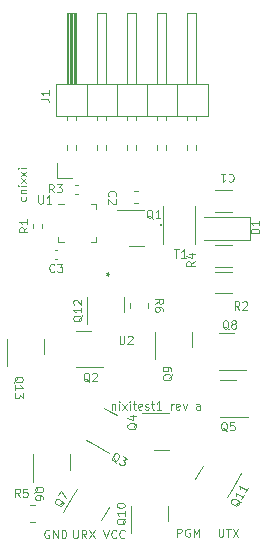
<source format=gbr>
%TF.GenerationSoftware,KiCad,Pcbnew,(6.0.0)*%
%TF.CreationDate,2023-04-30T17:40:05-04:00*%
%TF.ProjectId,nixitest1,6e697869-7465-4737-9431-2e6b69636164,rev?*%
%TF.SameCoordinates,Original*%
%TF.FileFunction,Legend,Top*%
%TF.FilePolarity,Positive*%
%FSLAX46Y46*%
G04 Gerber Fmt 4.6, Leading zero omitted, Abs format (unit mm)*
G04 Created by KiCad (PCBNEW (6.0.0)) date 2023-04-30 17:40:05*
%MOMM*%
%LPD*%
G01*
G04 APERTURE LIST*
%ADD10C,0.100000*%
G04 APERTURE END LIST*
D10*
X82966666Y-93150000D02*
X82900000Y-93116666D01*
X82800000Y-93116666D01*
X82700000Y-93150000D01*
X82633333Y-93216666D01*
X82600000Y-93283333D01*
X82566666Y-93416666D01*
X82566666Y-93516666D01*
X82600000Y-93650000D01*
X82633333Y-93716666D01*
X82700000Y-93783333D01*
X82800000Y-93816666D01*
X82866666Y-93816666D01*
X82966666Y-93783333D01*
X83000000Y-93750000D01*
X83000000Y-93516666D01*
X82866666Y-93516666D01*
X83300000Y-93816666D02*
X83300000Y-93116666D01*
X83700000Y-93816666D01*
X83700000Y-93116666D01*
X84033333Y-93816666D02*
X84033333Y-93116666D01*
X84200000Y-93116666D01*
X84300000Y-93150000D01*
X84366666Y-93216666D01*
X84400000Y-93283333D01*
X84433333Y-93416666D01*
X84433333Y-93516666D01*
X84400000Y-93650000D01*
X84366666Y-93716666D01*
X84300000Y-93783333D01*
X84200000Y-93816666D01*
X84033333Y-93816666D01*
X81003333Y-64910000D02*
X81036666Y-64976666D01*
X81036666Y-65110000D01*
X81003333Y-65176666D01*
X80970000Y-65210000D01*
X80903333Y-65243333D01*
X80703333Y-65243333D01*
X80636666Y-65210000D01*
X80603333Y-65176666D01*
X80570000Y-65110000D01*
X80570000Y-64976666D01*
X80603333Y-64910000D01*
X80570000Y-64610000D02*
X81036666Y-64610000D01*
X80636666Y-64610000D02*
X80603333Y-64576666D01*
X80570000Y-64510000D01*
X80570000Y-64410000D01*
X80603333Y-64343333D01*
X80670000Y-64310000D01*
X81036666Y-64310000D01*
X81036666Y-63976666D02*
X80570000Y-63976666D01*
X80336666Y-63976666D02*
X80370000Y-64010000D01*
X80403333Y-63976666D01*
X80370000Y-63943333D01*
X80336666Y-63976666D01*
X80403333Y-63976666D01*
X81036666Y-63710000D02*
X80570000Y-63343333D01*
X80570000Y-63710000D02*
X81036666Y-63343333D01*
X81036666Y-63143333D02*
X80570000Y-62776666D01*
X80570000Y-63143333D02*
X81036666Y-62776666D01*
X81036666Y-62510000D02*
X80570000Y-62510000D01*
X80336666Y-62510000D02*
X80370000Y-62543333D01*
X80403333Y-62510000D01*
X80370000Y-62476666D01*
X80336666Y-62510000D01*
X80403333Y-62510000D01*
X87778023Y-71531666D02*
X87922361Y-71448333D01*
X87947959Y-71626004D02*
X87922361Y-71448333D01*
X87781292Y-71337329D01*
X88087831Y-71468269D02*
X87922361Y-71448333D01*
X87987831Y-71295064D01*
X97325000Y-92991666D02*
X97325000Y-93558333D01*
X97358333Y-93625000D01*
X97391666Y-93658333D01*
X97458333Y-93691666D01*
X97591666Y-93691666D01*
X97658333Y-93658333D01*
X97691666Y-93625000D01*
X97725000Y-93558333D01*
X97725000Y-92991666D01*
X97958333Y-92991666D02*
X98358333Y-92991666D01*
X98158333Y-93691666D02*
X98158333Y-92991666D01*
X98525000Y-92991666D02*
X98991666Y-93691666D01*
X98991666Y-92991666D02*
X98525000Y-93691666D01*
X93816666Y-93691666D02*
X93816666Y-92991666D01*
X94083333Y-92991666D01*
X94150000Y-93025000D01*
X94183333Y-93058333D01*
X94216666Y-93125000D01*
X94216666Y-93225000D01*
X94183333Y-93291666D01*
X94150000Y-93325000D01*
X94083333Y-93358333D01*
X93816666Y-93358333D01*
X94883333Y-93025000D02*
X94816666Y-92991666D01*
X94716666Y-92991666D01*
X94616666Y-93025000D01*
X94550000Y-93091666D01*
X94516666Y-93158333D01*
X94483333Y-93291666D01*
X94483333Y-93391666D01*
X94516666Y-93525000D01*
X94550000Y-93591666D01*
X94616666Y-93658333D01*
X94716666Y-93691666D01*
X94783333Y-93691666D01*
X94883333Y-93658333D01*
X94916666Y-93625000D01*
X94916666Y-93391666D01*
X94783333Y-93391666D01*
X95216666Y-93691666D02*
X95216666Y-92991666D01*
X95450000Y-93491666D01*
X95683333Y-92991666D01*
X95683333Y-93691666D01*
X84991666Y-93116666D02*
X84991666Y-93683333D01*
X85025000Y-93750000D01*
X85058333Y-93783333D01*
X85125000Y-93816666D01*
X85258333Y-93816666D01*
X85325000Y-93783333D01*
X85358333Y-93750000D01*
X85391666Y-93683333D01*
X85391666Y-93116666D01*
X86125000Y-93816666D02*
X85891666Y-93483333D01*
X85725000Y-93816666D02*
X85725000Y-93116666D01*
X85991666Y-93116666D01*
X86058333Y-93150000D01*
X86091666Y-93183333D01*
X86125000Y-93250000D01*
X86125000Y-93350000D01*
X86091666Y-93416666D01*
X86058333Y-93450000D01*
X85991666Y-93483333D01*
X85725000Y-93483333D01*
X86358333Y-93116666D02*
X86825000Y-93816666D01*
X86825000Y-93116666D02*
X86358333Y-93816666D01*
X87566666Y-93116666D02*
X87800000Y-93816666D01*
X88033333Y-93116666D01*
X88666666Y-93750000D02*
X88633333Y-93783333D01*
X88533333Y-93816666D01*
X88466666Y-93816666D01*
X88366666Y-93783333D01*
X88300000Y-93716666D01*
X88266666Y-93650000D01*
X88233333Y-93516666D01*
X88233333Y-93416666D01*
X88266666Y-93283333D01*
X88300000Y-93216666D01*
X88366666Y-93150000D01*
X88466666Y-93116666D01*
X88533333Y-93116666D01*
X88633333Y-93150000D01*
X88666666Y-93183333D01*
X89366666Y-93750000D02*
X89333333Y-93783333D01*
X89233333Y-93816666D01*
X89166666Y-93816666D01*
X89066666Y-93783333D01*
X89000000Y-93716666D01*
X88966666Y-93650000D01*
X88933333Y-93516666D01*
X88933333Y-93416666D01*
X88966666Y-93283333D01*
X89000000Y-93216666D01*
X89066666Y-93150000D01*
X89166666Y-93116666D01*
X89233333Y-93116666D01*
X89333333Y-93150000D01*
X89366666Y-93183333D01*
X88283333Y-82450000D02*
X88283333Y-82916666D01*
X88283333Y-82516666D02*
X88316666Y-82483333D01*
X88383333Y-82450000D01*
X88483333Y-82450000D01*
X88550000Y-82483333D01*
X88583333Y-82550000D01*
X88583333Y-82916666D01*
X88916666Y-82916666D02*
X88916666Y-82450000D01*
X88916666Y-82216666D02*
X88883333Y-82250000D01*
X88916666Y-82283333D01*
X88950000Y-82250000D01*
X88916666Y-82216666D01*
X88916666Y-82283333D01*
X89183333Y-82916666D02*
X89550000Y-82450000D01*
X89183333Y-82450000D02*
X89550000Y-82916666D01*
X89816666Y-82916666D02*
X89816666Y-82450000D01*
X89816666Y-82216666D02*
X89783333Y-82250000D01*
X89816666Y-82283333D01*
X89850000Y-82250000D01*
X89816666Y-82216666D01*
X89816666Y-82283333D01*
X90050000Y-82450000D02*
X90316666Y-82450000D01*
X90150000Y-82216666D02*
X90150000Y-82816666D01*
X90183333Y-82883333D01*
X90250000Y-82916666D01*
X90316666Y-82916666D01*
X90816666Y-82883333D02*
X90750000Y-82916666D01*
X90616666Y-82916666D01*
X90550000Y-82883333D01*
X90516666Y-82816666D01*
X90516666Y-82550000D01*
X90550000Y-82483333D01*
X90616666Y-82450000D01*
X90750000Y-82450000D01*
X90816666Y-82483333D01*
X90850000Y-82550000D01*
X90850000Y-82616666D01*
X90516666Y-82683333D01*
X91116666Y-82883333D02*
X91183333Y-82916666D01*
X91316666Y-82916666D01*
X91383333Y-82883333D01*
X91416666Y-82816666D01*
X91416666Y-82783333D01*
X91383333Y-82716666D01*
X91316666Y-82683333D01*
X91216666Y-82683333D01*
X91150000Y-82650000D01*
X91116666Y-82583333D01*
X91116666Y-82550000D01*
X91150000Y-82483333D01*
X91216666Y-82450000D01*
X91316666Y-82450000D01*
X91383333Y-82483333D01*
X91616666Y-82450000D02*
X91883333Y-82450000D01*
X91716666Y-82216666D02*
X91716666Y-82816666D01*
X91750000Y-82883333D01*
X91816666Y-82916666D01*
X91883333Y-82916666D01*
X92483333Y-82916666D02*
X92083333Y-82916666D01*
X92283333Y-82916666D02*
X92283333Y-82216666D01*
X92216666Y-82316666D01*
X92150000Y-82383333D01*
X92083333Y-82416666D01*
X93316666Y-82916666D02*
X93316666Y-82450000D01*
X93316666Y-82583333D02*
X93350000Y-82516666D01*
X93383333Y-82483333D01*
X93450000Y-82450000D01*
X93516666Y-82450000D01*
X94016666Y-82883333D02*
X93950000Y-82916666D01*
X93816666Y-82916666D01*
X93750000Y-82883333D01*
X93716666Y-82816666D01*
X93716666Y-82550000D01*
X93750000Y-82483333D01*
X93816666Y-82450000D01*
X93950000Y-82450000D01*
X94016666Y-82483333D01*
X94050000Y-82550000D01*
X94050000Y-82616666D01*
X93716666Y-82683333D01*
X94283333Y-82450000D02*
X94450000Y-82916666D01*
X94616666Y-82450000D01*
X95716666Y-82916666D02*
X95716666Y-82550000D01*
X95683333Y-82483333D01*
X95616666Y-82450000D01*
X95483333Y-82450000D01*
X95416666Y-82483333D01*
X95716666Y-82883333D02*
X95650000Y-82916666D01*
X95483333Y-82916666D01*
X95416666Y-82883333D01*
X95383333Y-82816666D01*
X95383333Y-82750000D01*
X95416666Y-82683333D01*
X95483333Y-82650000D01*
X95650000Y-82650000D01*
X95716666Y-82616666D01*
%TO.C,U2*%
X88941666Y-76671666D02*
X88941666Y-77238333D01*
X88975000Y-77305000D01*
X89008333Y-77338333D01*
X89075000Y-77371666D01*
X89208333Y-77371666D01*
X89275000Y-77338333D01*
X89308333Y-77305000D01*
X89341666Y-77238333D01*
X89341666Y-76671666D01*
X89641666Y-76738333D02*
X89675000Y-76705000D01*
X89741666Y-76671666D01*
X89908333Y-76671666D01*
X89975000Y-76705000D01*
X90008333Y-76738333D01*
X90041666Y-76805000D01*
X90041666Y-76871666D01*
X90008333Y-76971666D01*
X89608333Y-77371666D01*
X90041666Y-77371666D01*
%TO.C,Q5*%
X98053333Y-84753333D02*
X97986666Y-84720000D01*
X97920000Y-84653333D01*
X97820000Y-84553333D01*
X97753333Y-84520000D01*
X97686666Y-84520000D01*
X97720000Y-84686666D02*
X97653333Y-84653333D01*
X97586666Y-84586666D01*
X97553333Y-84453333D01*
X97553333Y-84220000D01*
X97586666Y-84086666D01*
X97653333Y-84020000D01*
X97720000Y-83986666D01*
X97853333Y-83986666D01*
X97920000Y-84020000D01*
X97986666Y-84086666D01*
X98020000Y-84220000D01*
X98020000Y-84453333D01*
X97986666Y-84586666D01*
X97920000Y-84653333D01*
X97853333Y-84686666D01*
X97720000Y-84686666D01*
X98653333Y-83986666D02*
X98320000Y-83986666D01*
X98286666Y-84320000D01*
X98320000Y-84286666D01*
X98386666Y-84253333D01*
X98553333Y-84253333D01*
X98620000Y-84286666D01*
X98653333Y-84320000D01*
X98686666Y-84386666D01*
X98686666Y-84553333D01*
X98653333Y-84620000D01*
X98620000Y-84653333D01*
X98553333Y-84686666D01*
X98386666Y-84686666D01*
X98320000Y-84653333D01*
X98286666Y-84620000D01*
%TO.C,Q9*%
X93393333Y-79916666D02*
X93360000Y-79983333D01*
X93293333Y-80050000D01*
X93193333Y-80150000D01*
X93160000Y-80216666D01*
X93160000Y-80283333D01*
X93326666Y-80250000D02*
X93293333Y-80316666D01*
X93226666Y-80383333D01*
X93093333Y-80416666D01*
X92860000Y-80416666D01*
X92726666Y-80383333D01*
X92660000Y-80316666D01*
X92626666Y-80250000D01*
X92626666Y-80116666D01*
X92660000Y-80050000D01*
X92726666Y-79983333D01*
X92860000Y-79950000D01*
X93093333Y-79950000D01*
X93226666Y-79983333D01*
X93293333Y-80050000D01*
X93326666Y-80116666D01*
X93326666Y-80250000D01*
X93326666Y-79616666D02*
X93326666Y-79483333D01*
X93293333Y-79416666D01*
X93260000Y-79383333D01*
X93160000Y-79316666D01*
X93026666Y-79283333D01*
X92760000Y-79283333D01*
X92693333Y-79316666D01*
X92660000Y-79350000D01*
X92626666Y-79416666D01*
X92626666Y-79550000D01*
X92660000Y-79616666D01*
X92693333Y-79650000D01*
X92760000Y-79683333D01*
X92926666Y-79683333D01*
X92993333Y-79650000D01*
X93026666Y-79616666D01*
X93060000Y-79550000D01*
X93060000Y-79416666D01*
X93026666Y-79350000D01*
X92993333Y-79316666D01*
X92926666Y-79283333D01*
%TO.C,Q12*%
X85783333Y-74930000D02*
X85750000Y-74996666D01*
X85683333Y-75063333D01*
X85583333Y-75163333D01*
X85550000Y-75230000D01*
X85550000Y-75296666D01*
X85716666Y-75263333D02*
X85683333Y-75330000D01*
X85616666Y-75396666D01*
X85483333Y-75430000D01*
X85250000Y-75430000D01*
X85116666Y-75396666D01*
X85050000Y-75330000D01*
X85016666Y-75263333D01*
X85016666Y-75130000D01*
X85050000Y-75063333D01*
X85116666Y-74996666D01*
X85250000Y-74963333D01*
X85483333Y-74963333D01*
X85616666Y-74996666D01*
X85683333Y-75063333D01*
X85716666Y-75130000D01*
X85716666Y-75263333D01*
X85716666Y-74296666D02*
X85716666Y-74696666D01*
X85716666Y-74496666D02*
X85016666Y-74496666D01*
X85116666Y-74563333D01*
X85183333Y-74630000D01*
X85216666Y-74696666D01*
X85083333Y-74030000D02*
X85050000Y-73996666D01*
X85016666Y-73930000D01*
X85016666Y-73763333D01*
X85050000Y-73696666D01*
X85083333Y-73663333D01*
X85150000Y-73630000D01*
X85216666Y-73630000D01*
X85316666Y-73663333D01*
X85716666Y-74063333D01*
X85716666Y-73630000D01*
%TO.C,Q13*%
X79986666Y-80640000D02*
X80020000Y-80573333D01*
X80086666Y-80506666D01*
X80186666Y-80406666D01*
X80220000Y-80340000D01*
X80220000Y-80273333D01*
X80053333Y-80306666D02*
X80086666Y-80240000D01*
X80153333Y-80173333D01*
X80286666Y-80140000D01*
X80520000Y-80140000D01*
X80653333Y-80173333D01*
X80720000Y-80240000D01*
X80753333Y-80306666D01*
X80753333Y-80440000D01*
X80720000Y-80506666D01*
X80653333Y-80573333D01*
X80520000Y-80606666D01*
X80286666Y-80606666D01*
X80153333Y-80573333D01*
X80086666Y-80506666D01*
X80053333Y-80440000D01*
X80053333Y-80306666D01*
X80053333Y-81273333D02*
X80053333Y-80873333D01*
X80053333Y-81073333D02*
X80753333Y-81073333D01*
X80653333Y-81006666D01*
X80586666Y-80940000D01*
X80553333Y-80873333D01*
X80753333Y-81506666D02*
X80753333Y-81940000D01*
X80486666Y-81706666D01*
X80486666Y-81806666D01*
X80453333Y-81873333D01*
X80420000Y-81906666D01*
X80353333Y-81940000D01*
X80186666Y-81940000D01*
X80120000Y-81906666D01*
X80086666Y-81873333D01*
X80053333Y-81806666D01*
X80053333Y-81606666D01*
X80086666Y-81540000D01*
X80120000Y-81506666D01*
%TO.C,Q6*%
X81736666Y-89953333D02*
X81770000Y-89886666D01*
X81836666Y-89820000D01*
X81936666Y-89720000D01*
X81970000Y-89653333D01*
X81970000Y-89586666D01*
X81803333Y-89620000D02*
X81836666Y-89553333D01*
X81903333Y-89486666D01*
X82036666Y-89453333D01*
X82270000Y-89453333D01*
X82403333Y-89486666D01*
X82470000Y-89553333D01*
X82503333Y-89620000D01*
X82503333Y-89753333D01*
X82470000Y-89820000D01*
X82403333Y-89886666D01*
X82270000Y-89920000D01*
X82036666Y-89920000D01*
X81903333Y-89886666D01*
X81836666Y-89820000D01*
X81803333Y-89753333D01*
X81803333Y-89620000D01*
X82503333Y-90520000D02*
X82503333Y-90386666D01*
X82470000Y-90320000D01*
X82436666Y-90286666D01*
X82336666Y-90220000D01*
X82203333Y-90186666D01*
X81936666Y-90186666D01*
X81870000Y-90220000D01*
X81836666Y-90253333D01*
X81803333Y-90320000D01*
X81803333Y-90453333D01*
X81836666Y-90520000D01*
X81870000Y-90553333D01*
X81936666Y-90586666D01*
X82103333Y-90586666D01*
X82170000Y-90553333D01*
X82203333Y-90520000D01*
X82236666Y-90453333D01*
X82236666Y-90320000D01*
X82203333Y-90253333D01*
X82170000Y-90220000D01*
X82103333Y-90186666D01*
%TO.C,T1*%
X93561666Y-69366666D02*
X93961666Y-69366666D01*
X93761666Y-70066666D02*
X93761666Y-69366666D01*
X94561666Y-70066666D02*
X94161666Y-70066666D01*
X94361666Y-70066666D02*
X94361666Y-69366666D01*
X94295000Y-69466666D01*
X94228333Y-69533333D01*
X94161666Y-69566666D01*
%TO.C,U1*%
X82066666Y-64796666D02*
X82066666Y-65363333D01*
X82100000Y-65430000D01*
X82133333Y-65463333D01*
X82200000Y-65496666D01*
X82333333Y-65496666D01*
X82400000Y-65463333D01*
X82433333Y-65430000D01*
X82466666Y-65363333D01*
X82466666Y-64796666D01*
X83166666Y-65496666D02*
X82766666Y-65496666D01*
X82966666Y-65496666D02*
X82966666Y-64796666D01*
X82900000Y-64896666D01*
X82833333Y-64963333D01*
X82766666Y-64996666D01*
%TO.C,C1*%
X98176666Y-63010000D02*
X98210000Y-62976666D01*
X98310000Y-62943333D01*
X98376666Y-62943333D01*
X98476666Y-62976666D01*
X98543333Y-63043333D01*
X98576666Y-63110000D01*
X98610000Y-63243333D01*
X98610000Y-63343333D01*
X98576666Y-63476666D01*
X98543333Y-63543333D01*
X98476666Y-63610000D01*
X98376666Y-63643333D01*
X98310000Y-63643333D01*
X98210000Y-63610000D01*
X98176666Y-63576666D01*
X97510000Y-62943333D02*
X97910000Y-62943333D01*
X97710000Y-62943333D02*
X97710000Y-63643333D01*
X97776666Y-63543333D01*
X97843333Y-63476666D01*
X97910000Y-63443333D01*
%TO.C,Q4*%
X90383333Y-84066666D02*
X90350000Y-84133333D01*
X90283333Y-84200000D01*
X90183333Y-84300000D01*
X90150000Y-84366666D01*
X90150000Y-84433333D01*
X90316666Y-84400000D02*
X90283333Y-84466666D01*
X90216666Y-84533333D01*
X90083333Y-84566666D01*
X89850000Y-84566666D01*
X89716666Y-84533333D01*
X89650000Y-84466666D01*
X89616666Y-84400000D01*
X89616666Y-84266666D01*
X89650000Y-84200000D01*
X89716666Y-84133333D01*
X89850000Y-84100000D01*
X90083333Y-84100000D01*
X90216666Y-84133333D01*
X90283333Y-84200000D01*
X90316666Y-84266666D01*
X90316666Y-84400000D01*
X89850000Y-83500000D02*
X90316666Y-83500000D01*
X89583333Y-83666666D02*
X90083333Y-83833333D01*
X90083333Y-83400000D01*
%TO.C,R1*%
X81146666Y-67476666D02*
X80813333Y-67710000D01*
X81146666Y-67876666D02*
X80446666Y-67876666D01*
X80446666Y-67610000D01*
X80480000Y-67543333D01*
X80513333Y-67510000D01*
X80580000Y-67476666D01*
X80680000Y-67476666D01*
X80746666Y-67510000D01*
X80780000Y-67543333D01*
X80813333Y-67610000D01*
X80813333Y-67876666D01*
X81146666Y-66810000D02*
X81146666Y-67210000D01*
X81146666Y-67010000D02*
X80446666Y-67010000D01*
X80546666Y-67076666D01*
X80613333Y-67143333D01*
X80646666Y-67210000D01*
%TO.C,Q2*%
X86393333Y-80573333D02*
X86326666Y-80540000D01*
X86260000Y-80473333D01*
X86160000Y-80373333D01*
X86093333Y-80340000D01*
X86026666Y-80340000D01*
X86060000Y-80506666D02*
X85993333Y-80473333D01*
X85926666Y-80406666D01*
X85893333Y-80273333D01*
X85893333Y-80040000D01*
X85926666Y-79906666D01*
X85993333Y-79840000D01*
X86060000Y-79806666D01*
X86193333Y-79806666D01*
X86260000Y-79840000D01*
X86326666Y-79906666D01*
X86360000Y-80040000D01*
X86360000Y-80273333D01*
X86326666Y-80406666D01*
X86260000Y-80473333D01*
X86193333Y-80506666D01*
X86060000Y-80506666D01*
X86626666Y-79873333D02*
X86660000Y-79840000D01*
X86726666Y-79806666D01*
X86893333Y-79806666D01*
X86960000Y-79840000D01*
X86993333Y-79873333D01*
X87026666Y-79940000D01*
X87026666Y-80006666D01*
X86993333Y-80106666D01*
X86593333Y-80506666D01*
X87026666Y-80506666D01*
%TO.C,Q1*%
X91758333Y-66758333D02*
X91691666Y-66725000D01*
X91625000Y-66658333D01*
X91525000Y-66558333D01*
X91458333Y-66525000D01*
X91391666Y-66525000D01*
X91425000Y-66691666D02*
X91358333Y-66658333D01*
X91291666Y-66591666D01*
X91258333Y-66458333D01*
X91258333Y-66225000D01*
X91291666Y-66091666D01*
X91358333Y-66025000D01*
X91425000Y-65991666D01*
X91558333Y-65991666D01*
X91625000Y-66025000D01*
X91691666Y-66091666D01*
X91725000Y-66225000D01*
X91725000Y-66458333D01*
X91691666Y-66591666D01*
X91625000Y-66658333D01*
X91558333Y-66691666D01*
X91425000Y-66691666D01*
X92391666Y-66691666D02*
X91991666Y-66691666D01*
X92191666Y-66691666D02*
X92191666Y-65991666D01*
X92125000Y-66091666D01*
X92058333Y-66158333D01*
X91991666Y-66191666D01*
%TO.C,R3*%
X83373333Y-64541666D02*
X83140000Y-64208333D01*
X82973333Y-64541666D02*
X82973333Y-63841666D01*
X83240000Y-63841666D01*
X83306666Y-63875000D01*
X83340000Y-63908333D01*
X83373333Y-63975000D01*
X83373333Y-64075000D01*
X83340000Y-64141666D01*
X83306666Y-64175000D01*
X83240000Y-64208333D01*
X82973333Y-64208333D01*
X83606666Y-63841666D02*
X84040000Y-63841666D01*
X83806666Y-64108333D01*
X83906666Y-64108333D01*
X83973333Y-64141666D01*
X84006666Y-64175000D01*
X84040000Y-64241666D01*
X84040000Y-64408333D01*
X84006666Y-64475000D01*
X83973333Y-64508333D01*
X83906666Y-64541666D01*
X83706666Y-64541666D01*
X83640000Y-64508333D01*
X83606666Y-64475000D01*
%TO.C,R6*%
X91923333Y-73973333D02*
X92256666Y-73740000D01*
X91923333Y-73573333D02*
X92623333Y-73573333D01*
X92623333Y-73840000D01*
X92590000Y-73906666D01*
X92556666Y-73940000D01*
X92490000Y-73973333D01*
X92390000Y-73973333D01*
X92323333Y-73940000D01*
X92290000Y-73906666D01*
X92256666Y-73840000D01*
X92256666Y-73573333D01*
X92623333Y-74573333D02*
X92623333Y-74440000D01*
X92590000Y-74373333D01*
X92556666Y-74340000D01*
X92456666Y-74273333D01*
X92323333Y-74240000D01*
X92056666Y-74240000D01*
X91990000Y-74273333D01*
X91956666Y-74306666D01*
X91923333Y-74373333D01*
X91923333Y-74506666D01*
X91956666Y-74573333D01*
X91990000Y-74606666D01*
X92056666Y-74640000D01*
X92223333Y-74640000D01*
X92290000Y-74606666D01*
X92323333Y-74573333D01*
X92356666Y-74506666D01*
X92356666Y-74373333D01*
X92323333Y-74306666D01*
X92290000Y-74273333D01*
X92223333Y-74240000D01*
%TO.C,R2*%
X99083333Y-74466666D02*
X98850000Y-74133333D01*
X98683333Y-74466666D02*
X98683333Y-73766666D01*
X98950000Y-73766666D01*
X99016666Y-73800000D01*
X99050000Y-73833333D01*
X99083333Y-73900000D01*
X99083333Y-74000000D01*
X99050000Y-74066666D01*
X99016666Y-74100000D01*
X98950000Y-74133333D01*
X98683333Y-74133333D01*
X99350000Y-73833333D02*
X99383333Y-73800000D01*
X99450000Y-73766666D01*
X99616666Y-73766666D01*
X99683333Y-73800000D01*
X99716666Y-73833333D01*
X99750000Y-73900000D01*
X99750000Y-73966666D01*
X99716666Y-74066666D01*
X99316666Y-74466666D01*
X99750000Y-74466666D01*
%TO.C,Q10*%
X89453333Y-92130000D02*
X89420000Y-92196666D01*
X89353333Y-92263333D01*
X89253333Y-92363333D01*
X89220000Y-92430000D01*
X89220000Y-92496666D01*
X89386666Y-92463333D02*
X89353333Y-92530000D01*
X89286666Y-92596666D01*
X89153333Y-92630000D01*
X88920000Y-92630000D01*
X88786666Y-92596666D01*
X88720000Y-92530000D01*
X88686666Y-92463333D01*
X88686666Y-92330000D01*
X88720000Y-92263333D01*
X88786666Y-92196666D01*
X88920000Y-92163333D01*
X89153333Y-92163333D01*
X89286666Y-92196666D01*
X89353333Y-92263333D01*
X89386666Y-92330000D01*
X89386666Y-92463333D01*
X89386666Y-91496666D02*
X89386666Y-91896666D01*
X89386666Y-91696666D02*
X88686666Y-91696666D01*
X88786666Y-91763333D01*
X88853333Y-91830000D01*
X88886666Y-91896666D01*
X88686666Y-91063333D02*
X88686666Y-90996666D01*
X88720000Y-90930000D01*
X88753333Y-90896666D01*
X88820000Y-90863333D01*
X88953333Y-90830000D01*
X89120000Y-90830000D01*
X89253333Y-90863333D01*
X89320000Y-90896666D01*
X89353333Y-90930000D01*
X89386666Y-90996666D01*
X89386666Y-91063333D01*
X89353333Y-91130000D01*
X89320000Y-91163333D01*
X89253333Y-91196666D01*
X89120000Y-91230000D01*
X88953333Y-91230000D01*
X88820000Y-91196666D01*
X88753333Y-91163333D01*
X88720000Y-91130000D01*
X88686666Y-91063333D01*
%TO.C,Q11*%
X99210437Y-90738076D02*
X99148236Y-90779145D01*
X99057168Y-90803546D01*
X98920565Y-90840149D01*
X98858364Y-90881217D01*
X98825031Y-90938952D01*
X98986035Y-90993418D02*
X98923834Y-91034486D01*
X98832766Y-91058888D01*
X98700629Y-91021089D01*
X98498557Y-90904422D01*
X98399753Y-90808888D01*
X98375352Y-90717820D01*
X98379817Y-90643418D01*
X98446484Y-90527948D01*
X98508685Y-90486880D01*
X98599753Y-90462478D01*
X98731890Y-90500277D01*
X98933963Y-90616944D01*
X99032766Y-90712478D01*
X99057168Y-90803546D01*
X99052702Y-90877948D01*
X98986035Y-90993418D01*
X99469369Y-90156260D02*
X99269369Y-90502670D01*
X99369369Y-90329465D02*
X98763151Y-89979465D01*
X98816420Y-90087200D01*
X98840822Y-90178269D01*
X98836356Y-90252670D01*
X99802702Y-89578910D02*
X99602702Y-89925320D01*
X99702702Y-89752115D02*
X99096484Y-89402115D01*
X99149753Y-89509850D01*
X99174155Y-89600918D01*
X99169689Y-89675320D01*
%TO.C,J1*%
X82256666Y-56598333D02*
X82756666Y-56598333D01*
X82856666Y-56631666D01*
X82923333Y-56698333D01*
X82956666Y-56798333D01*
X82956666Y-56865000D01*
X82956666Y-55898333D02*
X82956666Y-56298333D01*
X82956666Y-56098333D02*
X82256666Y-56098333D01*
X82356666Y-56165000D01*
X82423333Y-56231666D01*
X82456666Y-56298333D01*
%TO.C,R5*%
X80508333Y-90316666D02*
X80275000Y-89983333D01*
X80108333Y-90316666D02*
X80108333Y-89616666D01*
X80375000Y-89616666D01*
X80441666Y-89650000D01*
X80475000Y-89683333D01*
X80508333Y-89750000D01*
X80508333Y-89850000D01*
X80475000Y-89916666D01*
X80441666Y-89950000D01*
X80375000Y-89983333D01*
X80108333Y-89983333D01*
X81141666Y-89616666D02*
X80808333Y-89616666D01*
X80775000Y-89950000D01*
X80808333Y-89916666D01*
X80875000Y-89883333D01*
X81041666Y-89883333D01*
X81108333Y-89916666D01*
X81141666Y-89950000D01*
X81175000Y-90016666D01*
X81175000Y-90183333D01*
X81141666Y-90250000D01*
X81108333Y-90283333D01*
X81041666Y-90316666D01*
X80875000Y-90316666D01*
X80808333Y-90283333D01*
X80775000Y-90250000D01*
%TO.C,C2*%
X88040000Y-64853333D02*
X88006666Y-64820000D01*
X87973333Y-64720000D01*
X87973333Y-64653333D01*
X88006666Y-64553333D01*
X88073333Y-64486666D01*
X88140000Y-64453333D01*
X88273333Y-64420000D01*
X88373333Y-64420000D01*
X88506666Y-64453333D01*
X88573333Y-64486666D01*
X88640000Y-64553333D01*
X88673333Y-64653333D01*
X88673333Y-64720000D01*
X88640000Y-64820000D01*
X88606666Y-64853333D01*
X88606666Y-65120000D02*
X88640000Y-65153333D01*
X88673333Y-65220000D01*
X88673333Y-65386666D01*
X88640000Y-65453333D01*
X88606666Y-65486666D01*
X88540000Y-65520000D01*
X88473333Y-65520000D01*
X88373333Y-65486666D01*
X87973333Y-65086666D01*
X87973333Y-65520000D01*
%TO.C,Q8*%
X98183333Y-76133333D02*
X98116666Y-76100000D01*
X98050000Y-76033333D01*
X97950000Y-75933333D01*
X97883333Y-75900000D01*
X97816666Y-75900000D01*
X97850000Y-76066666D02*
X97783333Y-76033333D01*
X97716666Y-75966666D01*
X97683333Y-75833333D01*
X97683333Y-75600000D01*
X97716666Y-75466666D01*
X97783333Y-75400000D01*
X97850000Y-75366666D01*
X97983333Y-75366666D01*
X98050000Y-75400000D01*
X98116666Y-75466666D01*
X98150000Y-75600000D01*
X98150000Y-75833333D01*
X98116666Y-75966666D01*
X98050000Y-76033333D01*
X97983333Y-76066666D01*
X97850000Y-76066666D01*
X98550000Y-75666666D02*
X98483333Y-75633333D01*
X98450000Y-75600000D01*
X98416666Y-75533333D01*
X98416666Y-75500000D01*
X98450000Y-75433333D01*
X98483333Y-75400000D01*
X98550000Y-75366666D01*
X98683333Y-75366666D01*
X98750000Y-75400000D01*
X98783333Y-75433333D01*
X98816666Y-75500000D01*
X98816666Y-75533333D01*
X98783333Y-75600000D01*
X98750000Y-75633333D01*
X98683333Y-75666666D01*
X98550000Y-75666666D01*
X98483333Y-75700000D01*
X98450000Y-75733333D01*
X98416666Y-75800000D01*
X98416666Y-75933333D01*
X98450000Y-76000000D01*
X98483333Y-76033333D01*
X98550000Y-76066666D01*
X98683333Y-76066666D01*
X98750000Y-76033333D01*
X98783333Y-76000000D01*
X98816666Y-75933333D01*
X98816666Y-75800000D01*
X98783333Y-75733333D01*
X98750000Y-75700000D01*
X98683333Y-75666666D01*
%TO.C,Q7*%
X84298643Y-90749401D02*
X84236442Y-90790470D01*
X84145373Y-90814871D01*
X84008771Y-90851474D01*
X83946570Y-90892542D01*
X83913237Y-90950277D01*
X84074241Y-91004743D02*
X84012040Y-91045811D01*
X83920972Y-91070213D01*
X83788835Y-91032414D01*
X83586762Y-90915747D01*
X83487959Y-90820213D01*
X83463557Y-90729145D01*
X83468023Y-90654743D01*
X83534690Y-90539273D01*
X83596891Y-90498205D01*
X83687959Y-90473803D01*
X83820096Y-90511602D01*
X84022168Y-90628269D01*
X84120972Y-90723803D01*
X84145373Y-90814871D01*
X84140908Y-90889273D01*
X84074241Y-91004743D01*
X83734690Y-90192863D02*
X83968023Y-89788718D01*
X84424241Y-90398525D01*
%TO.C,Q3*%
X88638245Y-87439284D02*
X88597176Y-87377083D01*
X88572775Y-87286014D01*
X88536172Y-87149412D01*
X88495104Y-87087211D01*
X88437369Y-87053878D01*
X88382903Y-87214882D02*
X88341835Y-87152681D01*
X88317433Y-87061613D01*
X88355232Y-86929476D01*
X88471899Y-86727403D01*
X88567433Y-86628600D01*
X88658501Y-86604198D01*
X88732903Y-86608664D01*
X88848373Y-86675331D01*
X88889441Y-86737532D01*
X88913843Y-86828600D01*
X88876044Y-86960737D01*
X88759377Y-87162809D01*
X88663843Y-87261613D01*
X88572775Y-87286014D01*
X88498373Y-87281549D01*
X88382903Y-87214882D01*
X89194783Y-86875331D02*
X89570061Y-87091997D01*
X89234655Y-87206271D01*
X89321258Y-87256271D01*
X89362326Y-87318472D01*
X89374527Y-87364006D01*
X89370061Y-87438408D01*
X89286728Y-87582745D01*
X89224527Y-87623814D01*
X89178993Y-87636014D01*
X89104591Y-87631549D01*
X88931386Y-87531549D01*
X88890317Y-87469348D01*
X88878117Y-87423814D01*
%TO.C,R4*%
X95306666Y-70366666D02*
X94973333Y-70600000D01*
X95306666Y-70766666D02*
X94606666Y-70766666D01*
X94606666Y-70500000D01*
X94640000Y-70433333D01*
X94673333Y-70400000D01*
X94740000Y-70366666D01*
X94840000Y-70366666D01*
X94906666Y-70400000D01*
X94940000Y-70433333D01*
X94973333Y-70500000D01*
X94973333Y-70766666D01*
X94840000Y-69766666D02*
X95306666Y-69766666D01*
X94573333Y-69933333D02*
X95073333Y-70100000D01*
X95073333Y-69666666D01*
%TO.C,D1*%
X100766666Y-67996666D02*
X100066666Y-67996666D01*
X100066666Y-67830000D01*
X100100000Y-67730000D01*
X100166666Y-67663333D01*
X100233333Y-67630000D01*
X100366666Y-67596666D01*
X100466666Y-67596666D01*
X100600000Y-67630000D01*
X100666666Y-67663333D01*
X100733333Y-67730000D01*
X100766666Y-67830000D01*
X100766666Y-67996666D01*
X100766666Y-66930000D02*
X100766666Y-67330000D01*
X100766666Y-67130000D02*
X100066666Y-67130000D01*
X100166666Y-67196666D01*
X100233333Y-67263333D01*
X100266666Y-67330000D01*
%TO.C,C3*%
X83433333Y-71210000D02*
X83400000Y-71243333D01*
X83300000Y-71276666D01*
X83233333Y-71276666D01*
X83133333Y-71243333D01*
X83066666Y-71176666D01*
X83033333Y-71110000D01*
X83000000Y-70976666D01*
X83000000Y-70876666D01*
X83033333Y-70743333D01*
X83066666Y-70676666D01*
X83133333Y-70610000D01*
X83233333Y-70576666D01*
X83300000Y-70576666D01*
X83400000Y-70610000D01*
X83433333Y-70643333D01*
X83666666Y-70576666D02*
X84100000Y-70576666D01*
X83866666Y-70843333D01*
X83966666Y-70843333D01*
X84033333Y-70876666D01*
X84066666Y-70910000D01*
X84100000Y-70976666D01*
X84100000Y-71143333D01*
X84066666Y-71210000D01*
X84033333Y-71243333D01*
X83966666Y-71276666D01*
X83766666Y-71276666D01*
X83700000Y-71243333D01*
X83666666Y-71210000D01*
%TO.C,Q5*%
X98120000Y-80410000D02*
X98770000Y-80410000D01*
X98120000Y-80410000D02*
X97470000Y-80410000D01*
X98120000Y-83530000D02*
X99795000Y-83530000D01*
X98120000Y-83530000D02*
X97470000Y-83530000D01*
%TO.C,Q9*%
X91950000Y-76990000D02*
X91950000Y-78665000D01*
X91950000Y-76990000D02*
X91950000Y-76340000D01*
X95070000Y-76990000D02*
X95070000Y-76340000D01*
X95070000Y-76990000D02*
X95070000Y-77640000D01*
%TO.C,Q12*%
X86220000Y-74030000D02*
X86220000Y-75705000D01*
X86220000Y-74030000D02*
X86220000Y-73380000D01*
X89340000Y-74030000D02*
X89340000Y-74680000D01*
X89340000Y-74030000D02*
X89340000Y-73380000D01*
%TO.C,Q13*%
X79410000Y-77590000D02*
X79410000Y-79265000D01*
X79410000Y-77590000D02*
X79410000Y-76940000D01*
X82530000Y-77590000D02*
X82530000Y-76940000D01*
X82530000Y-77590000D02*
X82530000Y-78240000D01*
%TO.C,Q6*%
X84740000Y-87370000D02*
X84740000Y-88020000D01*
X81620000Y-87370000D02*
X81620000Y-86720000D01*
X81620000Y-87370000D02*
X81620000Y-89045000D01*
X84740000Y-87370000D02*
X84740000Y-86720000D01*
%TO.C,T1*%
X95305000Y-65690000D02*
X95305000Y-68890000D01*
X92605000Y-65690000D02*
X92605000Y-68890000D01*
X92555000Y-67290000D02*
G75*
G03*
X92555000Y-67290000I-100000J0D01*
G01*
%TO.C,U1*%
X83749999Y-68750000D02*
X83749999Y-68300000D01*
X86519999Y-65530000D02*
X86969999Y-65530000D01*
X84199999Y-68750000D02*
X83749999Y-68750000D01*
X84199999Y-65530000D02*
X83749999Y-65530000D01*
X86519999Y-68750000D02*
X86969999Y-68750000D01*
X86969999Y-65530000D02*
X86969999Y-65980000D01*
X86969999Y-68750000D02*
X86969999Y-68300000D01*
%TO.C,C1*%
X98461252Y-64340000D02*
X97038748Y-64340000D01*
X98461252Y-66160000D02*
X97038748Y-66160000D01*
%TO.C,Q4*%
X92500000Y-86350000D02*
X91850000Y-86350000D01*
X92500000Y-83230000D02*
X93150000Y-83230000D01*
X92500000Y-86350000D02*
X93150000Y-86350000D01*
X92500000Y-83230000D02*
X90825000Y-83230000D01*
%TO.C,R1*%
X81620000Y-67513641D02*
X81620000Y-67206359D01*
X82380000Y-67513641D02*
X82380000Y-67206359D01*
%TO.C,Q2*%
X85910000Y-79350000D02*
X85260000Y-79350000D01*
X85910000Y-76230000D02*
X86560000Y-76230000D01*
X85910000Y-79350000D02*
X87585000Y-79350000D01*
X85910000Y-76230000D02*
X85260000Y-76230000D01*
%TO.C,Q1*%
X90400000Y-65990000D02*
X91050000Y-65990000D01*
X90400000Y-69110000D02*
X89750000Y-69110000D01*
X90400000Y-65990000D02*
X88725000Y-65990000D01*
X90400000Y-69110000D02*
X91050000Y-69110000D01*
%TO.C,R3*%
X85136359Y-64680000D02*
X85443641Y-64680000D01*
X85136359Y-63920000D02*
X85443641Y-63920000D01*
%TO.C,R6*%
X91325000Y-73862936D02*
X91325000Y-74317064D01*
X89855000Y-73862936D02*
X89855000Y-74317064D01*
%TO.C,R2*%
X96992936Y-73090000D02*
X98447064Y-73090000D01*
X96992936Y-71270000D02*
X98447064Y-71270000D01*
%TO.C,Q10*%
X93030000Y-91730000D02*
X93030000Y-92380000D01*
X89910000Y-91730000D02*
X89910000Y-93405000D01*
X93030000Y-91730000D02*
X93030000Y-91080000D01*
X89910000Y-91730000D02*
X89910000Y-91080000D01*
%TO.C,Q11*%
X98351000Y-89780000D02*
X99188500Y-88329407D01*
X98351000Y-89780000D02*
X98026000Y-90342917D01*
X95649000Y-88220000D02*
X95324000Y-88782917D01*
X95649000Y-88220000D02*
X95974000Y-87657083D01*
%TO.C,J1*%
X87070000Y-49380000D02*
X87830000Y-49380000D01*
X85290000Y-60910000D02*
X85290000Y-60522929D01*
X84530000Y-55380000D02*
X84530000Y-49380000D01*
X87070000Y-58437071D02*
X87070000Y-58040000D01*
X84830000Y-55380000D02*
X84830000Y-49380000D01*
X89610000Y-55380000D02*
X89610000Y-49380000D01*
X87070000Y-55380000D02*
X87070000Y-49380000D01*
X94690000Y-49380000D02*
X95450000Y-49380000D01*
X92150000Y-49380000D02*
X92910000Y-49380000D01*
X87830000Y-60977071D02*
X87830000Y-60522929D01*
X92910000Y-49380000D02*
X92910000Y-55380000D01*
X84590000Y-55380000D02*
X84590000Y-49380000D01*
X83580000Y-58040000D02*
X96400000Y-58040000D01*
X96400000Y-58040000D02*
X96400000Y-55380000D01*
X83580000Y-55380000D02*
X83580000Y-58040000D01*
X92910000Y-58437071D02*
X92910000Y-58040000D01*
X85290000Y-58437071D02*
X85290000Y-58040000D01*
X90370000Y-49380000D02*
X90370000Y-55380000D01*
X84530000Y-49380000D02*
X85290000Y-49380000D01*
X94690000Y-58437071D02*
X94690000Y-58040000D01*
X90370000Y-60977071D02*
X90370000Y-60522929D01*
X83640000Y-63290000D02*
X83640000Y-62020000D01*
X92150000Y-60977071D02*
X92150000Y-60522929D01*
X87830000Y-49380000D02*
X87830000Y-55380000D01*
X94690000Y-55380000D02*
X94690000Y-49380000D01*
X94690000Y-60977071D02*
X94690000Y-60522929D01*
X91260000Y-58040000D02*
X91260000Y-55380000D01*
X90370000Y-58437071D02*
X90370000Y-58040000D01*
X89610000Y-60977071D02*
X89610000Y-60522929D01*
X93800000Y-58040000D02*
X93800000Y-55380000D01*
X87830000Y-58437071D02*
X87830000Y-58040000D01*
X84950000Y-55380000D02*
X84950000Y-49380000D01*
X84710000Y-55380000D02*
X84710000Y-49380000D01*
X85190000Y-55380000D02*
X85190000Y-49380000D01*
X92150000Y-58437071D02*
X92150000Y-58040000D01*
X86180000Y-58040000D02*
X86180000Y-55380000D01*
X85070000Y-55380000D02*
X85070000Y-49380000D01*
X89610000Y-49380000D02*
X90370000Y-49380000D01*
X87070000Y-60977071D02*
X87070000Y-60522929D01*
X88720000Y-58040000D02*
X88720000Y-55380000D01*
X95450000Y-58437071D02*
X95450000Y-58040000D01*
X89610000Y-58437071D02*
X89610000Y-58040000D01*
X95450000Y-49380000D02*
X95450000Y-55380000D01*
X85290000Y-49380000D02*
X85290000Y-55380000D01*
X84530000Y-60910000D02*
X84530000Y-60522929D01*
X96400000Y-55380000D02*
X83580000Y-55380000D01*
X84910000Y-63290000D02*
X83640000Y-63290000D01*
X92910000Y-60977071D02*
X92910000Y-60522929D01*
X95450000Y-60977071D02*
X95450000Y-60522929D01*
X84530000Y-58437071D02*
X84530000Y-58040000D01*
X92150000Y-55380000D02*
X92150000Y-49380000D01*
%TO.C,R5*%
X81807064Y-92465000D02*
X81352936Y-92465000D01*
X81807064Y-90995000D02*
X81352936Y-90995000D01*
%TO.C,C2*%
X90480580Y-64400000D02*
X90199420Y-64400000D01*
X90480580Y-65420000D02*
X90199420Y-65420000D01*
%TO.C,Q8*%
X98000000Y-79560000D02*
X97350000Y-79560000D01*
X98000000Y-76440000D02*
X98650000Y-76440000D01*
X98000000Y-79560000D02*
X99675000Y-79560000D01*
X98000000Y-76440000D02*
X97350000Y-76440000D01*
%TO.C,Q7*%
X84999000Y-90170000D02*
X84161500Y-91620593D01*
X84999000Y-90170000D02*
X85324000Y-89607083D01*
X87701000Y-91730000D02*
X88026000Y-91167083D01*
X87701000Y-91730000D02*
X87376000Y-92292917D01*
%TO.C,Q3*%
X88190000Y-83089000D02*
X88752917Y-83414000D01*
X88190000Y-83089000D02*
X87627083Y-82764000D01*
X86630000Y-85791000D02*
X88080593Y-86628500D01*
X86630000Y-85791000D02*
X86067083Y-85466000D01*
%TO.C,R4*%
X98447064Y-70820000D02*
X96992936Y-70820000D01*
X98447064Y-69000000D02*
X96992936Y-69000000D01*
%TO.C,D1*%
X99980000Y-66600000D02*
X96130000Y-66600000D01*
X99980000Y-68600000D02*
X96130000Y-68600000D01*
X99980000Y-68600000D02*
X99980000Y-66600000D01*
%TO.C,C3*%
X83657836Y-70160000D02*
X83442164Y-70160000D01*
X83657836Y-69440000D02*
X83442164Y-69440000D01*
%TD*%
M02*

</source>
